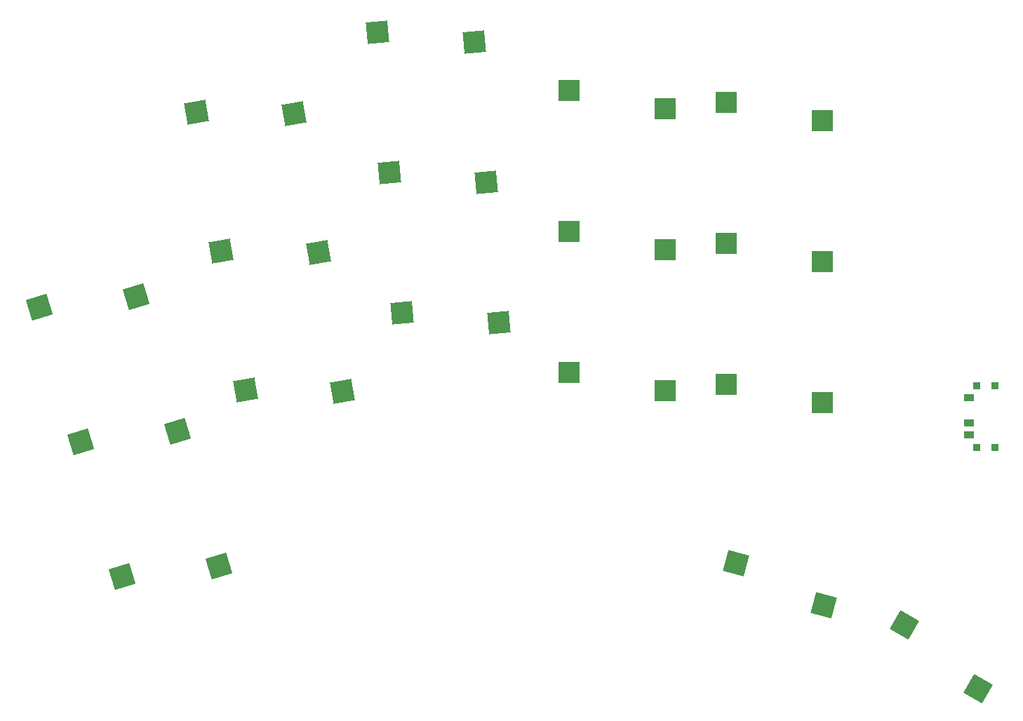
<source format=gbp>
%TF.GenerationSoftware,KiCad,Pcbnew,(6.0.4-0)*%
%TF.CreationDate,2022-04-27T13:57:14+02:00*%
%TF.ProjectId,duck,6475636b-2e6b-4696-9361-645f70636258,v1.0.0*%
%TF.SameCoordinates,Original*%
%TF.FileFunction,Paste,Bot*%
%TF.FilePolarity,Positive*%
%FSLAX46Y46*%
G04 Gerber Fmt 4.6, Leading zero omitted, Abs format (unit mm)*
G04 Created by KiCad (PCBNEW (6.0.4-0)) date 2022-04-27 13:57:14*
%MOMM*%
%LPD*%
G01*
G04 APERTURE LIST*
G04 Aperture macros list*
%AMRotRect*
0 Rectangle, with rotation*
0 The origin of the aperture is its center*
0 $1 length*
0 $2 width*
0 $3 Rotation angle, in degrees counterclockwise*
0 Add horizontal line*
21,1,$1,$2,0,0,$3*%
G04 Aperture macros list end*
%ADD10RotRect,2.600000X2.600000X10.000000*%
%ADD11RotRect,2.600000X2.600000X5.000000*%
%ADD12R,2.600000X2.600000*%
%ADD13RotRect,2.600000X2.600000X330.000000*%
%ADD14R,0.900000X0.900000*%
%ADD15R,1.250000X0.900000*%
%ADD16RotRect,2.600000X2.600000X17.000000*%
%ADD17RotRect,2.600000X2.600000X345.000000*%
G04 APERTURE END LIST*
D10*
%TO.C,S11*%
X67128658Y110035975D03*
X78885213Y109875035D03*
%TD*%
D11*
%TO.C,S15*%
X90440529Y102756090D03*
X102138320Y101571111D03*
%TD*%
D12*
%TO.C,S21*%
X112136087Y95636017D03*
X123686087Y93436017D03*
%TD*%
%TO.C,S29*%
X131102759Y111196289D03*
X142652759Y108996289D03*
%TD*%
D13*
%TO.C,S33*%
X152567412Y48150564D03*
X161470005Y40470308D03*
%TD*%
D10*
%TO.C,S7*%
X73032696Y76552511D03*
X84789251Y76391571D03*
%TD*%
D14*
%TO.C,T2*%
X163511087Y69616483D03*
X163511087Y77016483D03*
X161311087Y69616483D03*
X161311087Y77016483D03*
D15*
X160336087Y75566483D03*
X160336087Y72566483D03*
X160336087Y71066483D03*
%TD*%
D16*
%TO.C,S1*%
X58158171Y53989677D03*
X69846709Y55262700D03*
%TD*%
%TO.C,S5*%
X48217533Y86504039D03*
X59906071Y87777062D03*
%TD*%
D12*
%TO.C,S27*%
X131102759Y94196289D03*
X142652759Y91996289D03*
%TD*%
D10*
%TO.C,S9*%
X70080677Y93294243D03*
X81837232Y93133303D03*
%TD*%
D11*
%TO.C,S13*%
X91922177Y85820780D03*
X103619968Y84635801D03*
%TD*%
%TO.C,S17*%
X88958882Y119691400D03*
X100656673Y118506421D03*
%TD*%
D17*
%TO.C,S31*%
X132267612Y55633629D03*
X142854654Y50519232D03*
%TD*%
D16*
%TO.C,S3*%
X53187852Y70246858D03*
X64876390Y71519881D03*
%TD*%
D12*
%TO.C,S23*%
X112136087Y112636017D03*
X123686087Y110436017D03*
%TD*%
%TO.C,S25*%
X131102759Y77196289D03*
X142652759Y74996289D03*
%TD*%
%TO.C,S19*%
X112136087Y78636017D03*
X123686087Y76436017D03*
%TD*%
M02*

</source>
